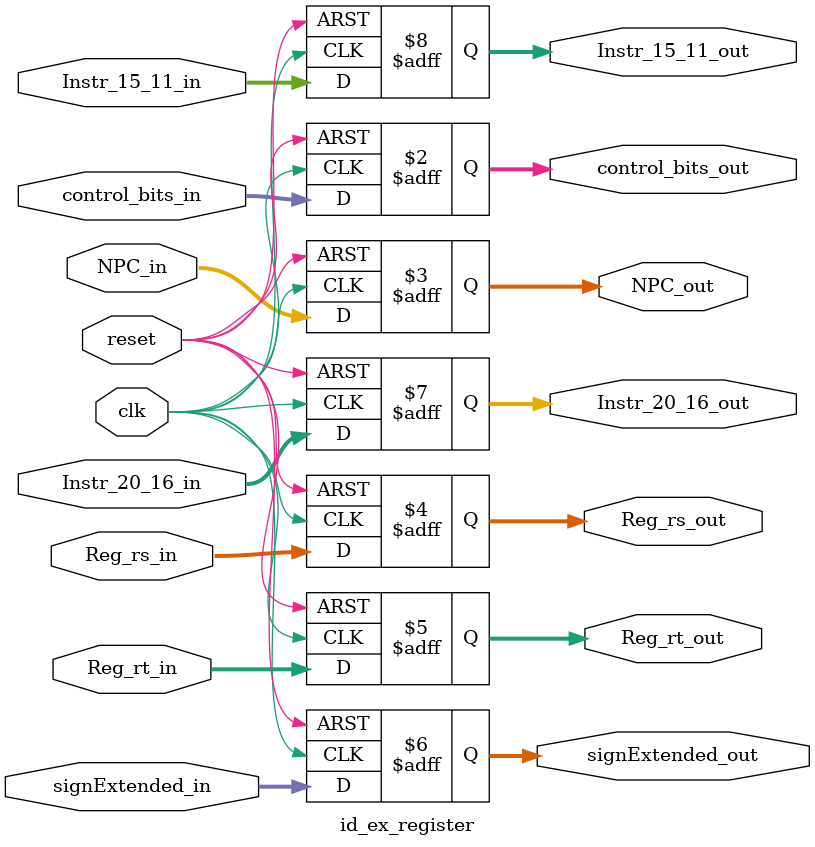
<source format=v>
`timescale 1ns / 1ps

module id_ex_register(
    input clk,
    input reset,
    input [8:0] control_bits_in,  // 9-bit control input
    input [31:0] NPC_in,
    input [31:0] Reg_rs_in,
    input [31:0] Reg_rt_in,
    input [31:0] signExtended_in,
    input [4:0] Instr_20_16_in,
    input [4:0] Instr_15_11_in,
    output reg [8:0] control_bits_out,
    output reg [31:0] NPC_out,
    output reg [31:0] Reg_rs_out,
    output reg [31:0] Reg_rt_out,
    output reg [31:0] signExtended_out,
    output reg [4:0] Instr_20_16_out,
    output reg [4:0] Instr_15_11_out
);

    always @(posedge clk or posedge reset) begin
        if (reset) begin
            control_bits_out <= 9'b0;
            NPC_out <= 32'h00000000;
            Reg_rs_out <= 32'h00000000;
            Reg_rt_out <= 32'h00000000;
            signExtended_out <= 32'h00000000;
            Instr_20_16_out <= 5'b00000;
            Instr_15_11_out <= 5'b00000;
        end else begin
            control_bits_out <= control_bits_in;
            NPC_out <= NPC_in;
            Reg_rs_out <= Reg_rs_in;
            Reg_rt_out <= Reg_rt_in;
            signExtended_out <= signExtended_in;
            Instr_20_16_out <= Instr_20_16_in;
            Instr_15_11_out <= Instr_15_11_in;
        end
    end

endmodule

</source>
